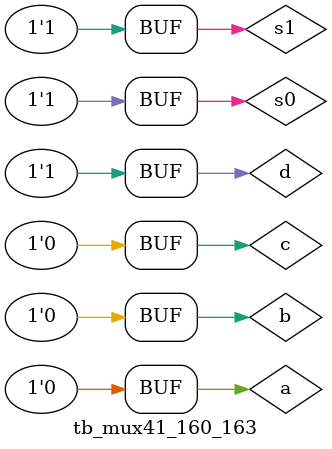
<source format=v>
`timescale 1ns / 1ps


//Pranav Unkule, 160
//Ruturaj Javeri, 163

module tb_mux41_160_163;

	// Inputs
	reg a;
	reg b;
	reg c;
	reg d;
	reg s1;
	reg s0;

	// Outputs
	wire y;

	// Instantiate the Unit Under Test (UUT)
	mux41_160_163 uut (
		.a(a), 
		.b(b), 
		.c(c), 
		.d(d), 
		.s1(s1), 
		.s0(s0), 
		.y(y)
	);

	initial begin
	
	// Initialize Inputs
		a = 0;
		b = 0;
		c = 0;
		d = 0;
		s1 = 0;
		s0 = 0;

		
		#100;
	
		
		a = 1;
		b = 0;
		c = 0;
		d = 0;
		s1 = 0;
		s0 = 0;

		
		#100;
        
		
		a = 0;
		b = 1;
		c = 0;
		d = 0;
		s1 = 0;
		s0 = 1;

		
		#100;
		
		a = 0;
		b = 0;
		c = 1;
		d = 0;
		s1 = 1;
		s0 = 0;

		
		#100;
		
		a = 0;
		b = 0;
		c = 0;
		d = 1;
		s1 = 1;
		s0 = 1;

		
		#100;
		

	end
      
endmodule


</source>
